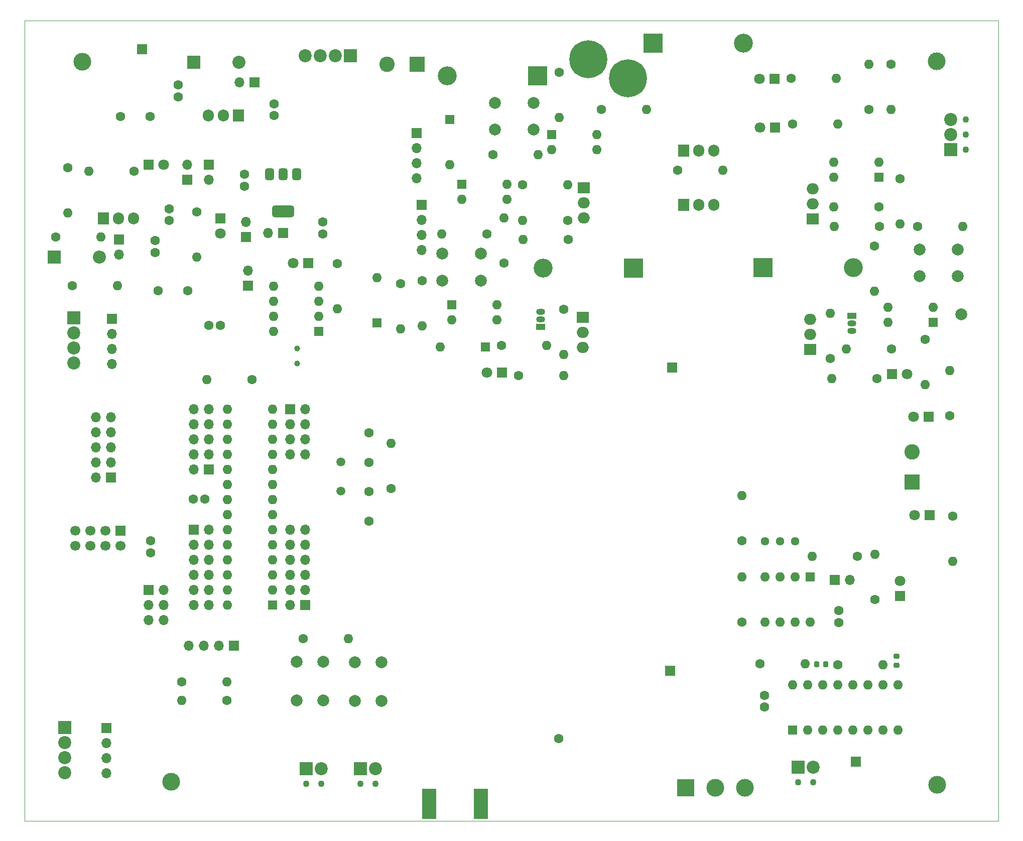
<source format=gbr>
%TF.GenerationSoftware,KiCad,Pcbnew,8.0.1*%
%TF.CreationDate,2024-05-13T23:23:47+02:00*%
%TF.ProjectId,Tracker,54726163-6b65-4722-9e6b-696361645f70,rev?*%
%TF.SameCoordinates,PX2857260PY98c9c50*%
%TF.FileFunction,Soldermask,Top*%
%TF.FilePolarity,Negative*%
%FSLAX46Y46*%
G04 Gerber Fmt 4.6, Leading zero omitted, Abs format (unit mm)*
G04 Created by KiCad (PCBNEW 8.0.1) date 2024-05-13 23:23:47*
%MOMM*%
%LPD*%
G01*
G04 APERTURE LIST*
G04 Aperture macros list*
%AMRoundRect*
0 Rectangle with rounded corners*
0 $1 Rounding radius*
0 $2 $3 $4 $5 $6 $7 $8 $9 X,Y pos of 4 corners*
0 Add a 4 corners polygon primitive as box body*
4,1,4,$2,$3,$4,$5,$6,$7,$8,$9,$2,$3,0*
0 Add four circle primitives for the rounded corners*
1,1,$1+$1,$2,$3*
1,1,$1+$1,$4,$5*
1,1,$1+$1,$6,$7*
1,1,$1+$1,$8,$9*
0 Add four rect primitives between the rounded corners*
20,1,$1+$1,$2,$3,$4,$5,0*
20,1,$1+$1,$4,$5,$6,$7,0*
20,1,$1+$1,$6,$7,$8,$9,0*
20,1,$1+$1,$8,$9,$2,$3,0*%
G04 Aperture macros list end*
%ADD10R,1.600000X1.600000*%
%ADD11O,1.600000X1.600000*%
%ADD12RoundRect,0.225000X-0.225000X-0.250000X0.225000X-0.250000X0.225000X0.250000X-0.225000X0.250000X0*%
%ADD13R,1.700000X1.700000*%
%ADD14O,1.700000X1.700000*%
%ADD15R,1.800000X1.800000*%
%ADD16C,1.800000*%
%ADD17C,1.600000*%
%ADD18R,2.000000X1.905000*%
%ADD19O,2.000000X1.905000*%
%ADD20R,3.200000X3.200000*%
%ADD21O,3.200000X3.200000*%
%ADD22R,2.200000X2.200000*%
%ADD23O,2.200000X2.200000*%
%ADD24R,3.000000X3.000000*%
%ADD25C,3.000000*%
%ADD26C,1.100000*%
%ADD27C,2.200000*%
%ADD28R,1.905000X2.000000*%
%ADD29O,1.905000X2.000000*%
%ADD30C,1.000000*%
%ADD31C,6.400000*%
%ADD32C,2.000000*%
%ADD33C,1.440000*%
%ADD34R,1.500000X1.050000*%
%ADD35O,1.500000X1.050000*%
%ADD36R,2.600000X2.600000*%
%ADD37C,2.600000*%
%ADD38RoundRect,0.225000X0.250000X-0.225000X0.250000X0.225000X-0.250000X0.225000X-0.250000X-0.225000X0*%
%ADD39RoundRect,0.375000X-0.375000X0.625000X-0.375000X-0.625000X0.375000X-0.625000X0.375000X0.625000X0*%
%ADD40RoundRect,0.500000X-1.400000X0.500000X-1.400000X-0.500000X1.400000X-0.500000X1.400000X0.500000X0*%
%ADD41C,1.500000*%
%ADD42C,1.700000*%
%ADD43R,2.420000X5.080000*%
%TA.AperFunction,Profile*%
%ADD44C,0.100000*%
%TD*%
G04 APERTURE END LIST*
D10*
%TO.C,U3*%
X144115000Y108525000D03*
D11*
X144115000Y111065000D03*
X136495000Y111065000D03*
X136495000Y108525000D03*
%TD*%
D12*
%TO.C,C3*%
X133640000Y26430000D03*
X135190000Y26430000D03*
%TD*%
D13*
%TO.C,JP5*%
X37330000Y98455000D03*
D14*
X37330000Y100995000D03*
%TD*%
D15*
%TO.C,D12*%
X47890000Y94010000D03*
D16*
X45350000Y94010000D03*
%TD*%
D13*
%TO.C,J20*%
X28580000Y49060000D03*
D14*
X31120000Y49060000D03*
X28580000Y46520000D03*
X31120000Y46520000D03*
X28580000Y43980000D03*
X31120000Y43980000D03*
X28580000Y41440000D03*
X31120000Y41440000D03*
X28580000Y38900000D03*
X31120000Y38900000D03*
X28580000Y36360000D03*
X31120000Y36360000D03*
%TD*%
D17*
%TO.C,C10*%
X21230000Y118790000D03*
X16230000Y118790000D03*
%TD*%
D18*
%TO.C,Q2*%
X94370000Y106775000D03*
D19*
X94370000Y104235000D03*
X94370000Y101695000D03*
%TD*%
D13*
%TO.C,JP3*%
X27440000Y108075000D03*
D14*
X27440000Y110615000D03*
%TD*%
D17*
%TO.C,R20*%
X83332000Y75046000D03*
D11*
X90952000Y75046000D03*
%TD*%
D20*
%TO.C,D5*%
X124543000Y93299000D03*
D21*
X139783000Y93299000D03*
%TD*%
D13*
%TO.C,J11*%
X31140000Y59260000D03*
D14*
X28600000Y59260000D03*
X31140000Y61800000D03*
X28600000Y61800000D03*
X31140000Y64340000D03*
X28600000Y64340000D03*
X31140000Y66880000D03*
X28600000Y66880000D03*
X31140000Y69420000D03*
X28600000Y69420000D03*
%TD*%
D17*
%TO.C,R2*%
X129277000Y125184000D03*
D11*
X136897000Y125184000D03*
%TD*%
D17*
%TO.C,R48*%
X7320000Y110140000D03*
D11*
X7320000Y102520000D03*
%TD*%
D22*
%TO.C,D17*%
X5040000Y95020000D03*
D23*
X12660000Y95020000D03*
%TD*%
D10*
%TO.C,U2*%
X73770000Y107375000D03*
D11*
X73770000Y104835000D03*
X81390000Y104835000D03*
X81390000Y107375000D03*
%TD*%
D13*
%TO.C,J14*%
X35310000Y29570000D03*
D14*
X32770000Y29570000D03*
X30230000Y29570000D03*
X27690000Y29570000D03*
%TD*%
D17*
%TO.C,R50*%
X121060000Y33550000D03*
D11*
X121060000Y41170000D03*
%TD*%
D13*
%TO.C,J17*%
X109260000Y76410000D03*
%TD*%
D24*
%TO.C,RV1*%
X111560000Y5610000D03*
D25*
X116560000Y5610000D03*
X121560000Y5610000D03*
%TD*%
D17*
%TO.C,R4*%
X78990000Y112320000D03*
D11*
X86610000Y112320000D03*
%TD*%
D15*
%TO.C,D1*%
X126512000Y125084000D03*
D16*
X123972000Y125084000D03*
%TD*%
D10*
%TO.C,U1*%
X88920000Y115686000D03*
D11*
X88920000Y113146000D03*
X96540000Y113146000D03*
X96540000Y115686000D03*
%TD*%
D13*
%TO.C,JP4*%
X43617500Y99150000D03*
D14*
X41077500Y99150000D03*
%TD*%
D17*
%TO.C,R41*%
X5240000Y98470000D03*
D11*
X12860000Y98470000D03*
%TD*%
D25*
%TO.C,H4*%
X153980000Y6090000D03*
%TD*%
D17*
%TO.C,C15*%
X22550000Y89350000D03*
X27550000Y89350000D03*
%TD*%
%TO.C,R25*%
X90235000Y126185000D03*
D11*
X90235000Y118565000D03*
%TD*%
D20*
%TO.C,D14*%
X86520000Y125625000D03*
D21*
X71280000Y125625000D03*
%TD*%
D13*
%TO.C,JP7*%
X37740000Y90270000D03*
D14*
X37740000Y92810000D03*
%TD*%
D17*
%TO.C,C1*%
X30450000Y54285000D03*
X28450000Y54285000D03*
%TD*%
%TO.C,R52*%
X140470000Y44590000D03*
D11*
X132850000Y44590000D03*
%TD*%
D26*
%TO.C,J6*%
X130460000Y6520000D03*
X133000000Y6520000D03*
D22*
X130460000Y9060000D03*
D27*
X133000000Y9060000D03*
%TD*%
D13*
%TO.C,J24*%
X13790000Y15680000D03*
D14*
X13790000Y13140000D03*
X13790000Y10600000D03*
X13790000Y8060000D03*
%TD*%
D13*
%TO.C,JP1*%
X38795000Y124490000D03*
D14*
X36255000Y124490000D03*
%TD*%
D13*
%TO.C,JP2*%
X31100000Y110620000D03*
D14*
X31100000Y108080000D03*
%TD*%
D20*
%TO.C,D20*%
X106020000Y131090000D03*
D21*
X121260000Y131090000D03*
%TD*%
D17*
%TO.C,R12*%
X91745000Y98025000D03*
D11*
X84125000Y98025000D03*
%TD*%
D17*
%TO.C,C7*%
X58150000Y65430000D03*
X58150000Y60430000D03*
%TD*%
D28*
%TO.C,Q1*%
X111165000Y113025000D03*
D29*
X113705000Y113025000D03*
X116245000Y113025000D03*
%TD*%
D15*
%TO.C,D2*%
X126595000Y116900000D03*
D16*
X124055000Y116900000D03*
%TD*%
D15*
%TO.C,D6*%
X80538000Y75554000D03*
D16*
X77998000Y75554000D03*
%TD*%
D17*
%TO.C,R32*%
X47010000Y30720000D03*
D11*
X54630000Y30720000D03*
%TD*%
D17*
%TO.C,R6*%
X91630000Y101250000D03*
D11*
X84010000Y101250000D03*
%TD*%
D10*
%TO.C,U40*%
X129560000Y15270000D03*
D11*
X132100000Y15270000D03*
X134640000Y15270000D03*
X137180000Y15270000D03*
X139720000Y15270000D03*
X142260000Y15270000D03*
X144800000Y15270000D03*
X147340000Y15270000D03*
X147340000Y22890000D03*
X144800000Y22890000D03*
X142260000Y22890000D03*
X139720000Y22890000D03*
X137180000Y22890000D03*
X134640000Y22890000D03*
X132100000Y22890000D03*
X129560000Y22890000D03*
%TD*%
D10*
%TO.C,U4*%
X72070000Y87025000D03*
D11*
X72070000Y84485000D03*
X79690000Y84485000D03*
X79690000Y87025000D03*
%TD*%
D28*
%TO.C,U13*%
X13360000Y101540000D03*
D29*
X15900000Y101540000D03*
X18440000Y101540000D03*
%TD*%
D17*
%TO.C,R16*%
X90920000Y86235000D03*
D11*
X90920000Y78615000D03*
%TD*%
D25*
%TO.C,H1*%
X24760000Y6590000D03*
%TD*%
D10*
%TO.C,D10*%
X77744000Y79872000D03*
D11*
X70124000Y79872000D03*
%TD*%
D13*
%TO.C,J12*%
X47370000Y36400000D03*
D14*
X44830000Y36400000D03*
X47370000Y38940000D03*
X44830000Y38940000D03*
X47370000Y41480000D03*
X44830000Y41480000D03*
X47370000Y44020000D03*
X44830000Y44020000D03*
X47370000Y46560000D03*
X44830000Y46560000D03*
X47370000Y49100000D03*
X44830000Y49100000D03*
%TD*%
D22*
%TO.C,J25*%
X6820000Y15740000D03*
D27*
X6820000Y13200000D03*
X6820000Y10660000D03*
X6820000Y8120000D03*
%TD*%
D22*
%TO.C,J4*%
X8310000Y84830000D03*
D27*
X8310000Y82290000D03*
X8310000Y79750000D03*
X8310000Y77210000D03*
%TD*%
D17*
%TO.C,R28*%
X143440000Y37330000D03*
D11*
X143440000Y44950000D03*
%TD*%
D30*
%TO.C,Y2*%
X46010000Y79630000D03*
X46010000Y77090000D03*
%TD*%
D22*
%TO.C,D24*%
X28600000Y127950000D03*
D23*
X36220000Y127950000D03*
%TD*%
D13*
%TO.C,J18*%
X108950000Y25270000D03*
%TD*%
%TO.C,JP8*%
X136720000Y40650000D03*
D14*
X139260000Y40650000D03*
%TD*%
D17*
%TO.C,C19*%
X21290000Y45230000D03*
X21290000Y47230000D03*
%TD*%
D18*
%TO.C,Q5*%
X132568000Y79480000D03*
D19*
X132568000Y82020000D03*
X132568000Y84560000D03*
%TD*%
D17*
%TO.C,R8*%
X80895000Y94040000D03*
D11*
X80895000Y101660000D03*
%TD*%
D31*
%TO.C,H10*%
X101800000Y125170000D03*
%TD*%
D17*
%TO.C,R9*%
X84010000Y107275000D03*
D11*
X91630000Y107275000D03*
%TD*%
D17*
%TO.C,R24*%
X150642000Y100192000D03*
D11*
X158262000Y100192000D03*
%TD*%
D17*
%TO.C,R27*%
X52810000Y93990000D03*
D11*
X52810000Y86370000D03*
%TD*%
D17*
%TO.C,R3*%
X129560000Y117475000D03*
D11*
X137180000Y117475000D03*
%TD*%
D10*
%TO.C,U41*%
X132550000Y41140000D03*
D11*
X130010000Y41140000D03*
X127470000Y41140000D03*
X124930000Y41140000D03*
X124930000Y33520000D03*
X127470000Y33520000D03*
X130010000Y33520000D03*
X132550000Y33520000D03*
%TD*%
D13*
%TO.C,J23*%
X66170000Y115980000D03*
D14*
X66170000Y113440000D03*
X66170000Y110900000D03*
X66170000Y108360000D03*
%TD*%
D17*
%TO.C,C13*%
X50357500Y98960000D03*
X50357500Y100960000D03*
%TD*%
%TO.C,R18*%
X80460000Y80200000D03*
D11*
X88080000Y80200000D03*
%TD*%
D17*
%TO.C,R105*%
X63440000Y90586000D03*
D11*
X63440000Y82966000D03*
%TD*%
D17*
%TO.C,C9*%
X25920000Y122110000D03*
X25920000Y124110000D03*
%TD*%
%TO.C,R301*%
X146130000Y127550000D03*
D11*
X146130000Y119930000D03*
%TD*%
D32*
%TO.C,SW5*%
X50430000Y26810000D03*
X50430000Y20310000D03*
X45930000Y26810000D03*
X45930000Y20310000D03*
%TD*%
D17*
%TO.C,R40*%
X18460000Y109570000D03*
D11*
X10840000Y109570000D03*
%TD*%
D15*
%TO.C,D15*%
X20945000Y110630000D03*
D16*
X23485000Y110630000D03*
%TD*%
D25*
%TO.C,H2*%
X9770000Y128030000D03*
%TD*%
D17*
%TO.C,R19*%
X146245000Y79525000D03*
D11*
X138625000Y79525000D03*
%TD*%
D17*
%TO.C,R31*%
X26520000Y23420000D03*
D11*
X34140000Y23420000D03*
%TD*%
D26*
%TO.C,J8*%
X47530000Y6260000D03*
X50070000Y6260000D03*
D22*
X47530000Y8800000D03*
D27*
X50070000Y8800000D03*
%TD*%
D33*
%TO.C,RV2*%
X130010000Y47130000D03*
X127470000Y47130000D03*
X124930000Y47130000D03*
%TD*%
D17*
%TO.C,R201*%
X137160000Y26290000D03*
D11*
X144780000Y26290000D03*
%TD*%
D13*
%TO.C,JP6*%
X15960000Y98045000D03*
D14*
X15960000Y95505000D03*
%TD*%
D34*
%TO.C,Q6*%
X87055000Y83305000D03*
D35*
X87055000Y84575000D03*
X87055000Y85845000D03*
%TD*%
D25*
%TO.C,H3*%
X153890000Y128080000D03*
%TD*%
D15*
%TO.C,D8*%
X152655000Y51510000D03*
D16*
X150115000Y51510000D03*
%TD*%
D17*
%TO.C,R10*%
X144130000Y103500000D03*
D11*
X136510000Y103500000D03*
%TD*%
D17*
%TO.C,R30*%
X34140000Y20290000D03*
D11*
X26520000Y20290000D03*
%TD*%
D17*
%TO.C,R26*%
X77998000Y98922000D03*
D11*
X70378000Y98922000D03*
%TD*%
D17*
%TO.C,R5*%
X97290000Y119940000D03*
D11*
X104910000Y119940000D03*
%TD*%
D17*
%TO.C,C12*%
X37147500Y108990000D03*
X37147500Y106990000D03*
%TD*%
D32*
%TO.C,H8*%
X158050000Y85420000D03*
%TD*%
D28*
%TO.C,U11*%
X36120000Y118960000D03*
D29*
X33580000Y118960000D03*
X31040000Y118960000D03*
%TD*%
D17*
%TO.C,R17*%
X135910000Y77990000D03*
D11*
X135910000Y85610000D03*
%TD*%
D17*
%TO.C,C11*%
X24400000Y103220000D03*
X24400000Y101220000D03*
%TD*%
D15*
%TO.C,D9*%
X152550000Y68130000D03*
D16*
X150010000Y68130000D03*
%TD*%
D17*
%TO.C,R23*%
X156080000Y68340000D03*
D11*
X156080000Y75960000D03*
%TD*%
D36*
%TO.C,J3*%
X149720000Y57160000D03*
D37*
X149720000Y62240000D03*
%TD*%
D15*
%TO.C,D7*%
X146314000Y75300000D03*
D16*
X148854000Y75300000D03*
%TD*%
D32*
%TO.C,SW2*%
X157448000Y91846000D03*
X150948000Y91846000D03*
X157448000Y96346000D03*
X150948000Y96346000D03*
%TD*%
D15*
%TO.C,D18*%
X147710000Y37900000D03*
D16*
X147710000Y40440000D03*
%TD*%
D26*
%TO.C,J5*%
X56700000Y6260000D03*
X59240000Y6260000D03*
D22*
X56700000Y8800000D03*
D27*
X59240000Y8800000D03*
%TD*%
D28*
%TO.C,D3*%
X111165000Y103900000D03*
D29*
X113705000Y103900000D03*
X116245000Y103900000D03*
%TD*%
D17*
%TO.C,C17*%
X31090000Y83560000D03*
X33090000Y83560000D03*
%TD*%
D10*
%TO.C,D11*%
X59456000Y83936000D03*
D11*
X59456000Y91556000D03*
%TD*%
D17*
%TO.C,R15*%
X151912000Y81142000D03*
D11*
X151912000Y73522000D03*
%TD*%
D17*
%TO.C,R22*%
X156570000Y51380000D03*
D11*
X156570000Y43760000D03*
%TD*%
D32*
%TO.C,SW1*%
X76982000Y91120000D03*
X70482000Y91120000D03*
X76982000Y95620000D03*
X70482000Y95620000D03*
%TD*%
D10*
%TO.C,D13*%
X71770000Y118240000D03*
D11*
X71770000Y110620000D03*
%TD*%
D10*
%TO.C,U9*%
X41870000Y36380000D03*
D11*
X41870000Y38920000D03*
X41870000Y41460000D03*
X41870000Y44000000D03*
X41870000Y46540000D03*
X41870000Y49080000D03*
X41870000Y51620000D03*
X41870000Y54160000D03*
X41870000Y56700000D03*
X41870000Y59240000D03*
X41870000Y61780000D03*
X41870000Y64320000D03*
X41870000Y66860000D03*
X41870000Y69400000D03*
X34250000Y69400000D03*
X34250000Y66860000D03*
X34250000Y64320000D03*
X34250000Y61780000D03*
X34250000Y59240000D03*
X34250000Y56700000D03*
X34250000Y54160000D03*
X34250000Y51620000D03*
X34250000Y49080000D03*
X34250000Y46540000D03*
X34250000Y44000000D03*
X34250000Y41460000D03*
X34250000Y38920000D03*
X34250000Y36380000D03*
%TD*%
D17*
%TO.C,R51*%
X120990000Y47200000D03*
D11*
X120990000Y54820000D03*
%TD*%
D36*
%TO.C,J1*%
X66230000Y127600000D03*
D37*
X61150000Y127600000D03*
%TD*%
D38*
%TO.C,C5*%
X147100000Y26185000D03*
X147100000Y27735000D03*
%TD*%
D13*
%TO.C,J2*%
X66960000Y103880000D03*
D14*
X66960000Y101340000D03*
X66960000Y98800000D03*
X66960000Y96260000D03*
%TD*%
D13*
%TO.C,J10*%
X14800000Y84670000D03*
D14*
X14800000Y82130000D03*
X14800000Y79590000D03*
X14800000Y77050000D03*
%TD*%
D17*
%TO.C,R205*%
X124070000Y26440000D03*
D11*
X131690000Y26440000D03*
%TD*%
D17*
%TO.C,R13*%
X143385000Y96960000D03*
D11*
X143385000Y89340000D03*
%TD*%
D26*
%TO.C,J9*%
X158810000Y113180000D03*
X158810000Y115720000D03*
X158810000Y118260000D03*
D22*
X156270000Y113180000D03*
D27*
X156270000Y115720000D03*
X156270000Y118260000D03*
%TD*%
D17*
%TO.C,C6*%
X58130000Y50540000D03*
X58130000Y55540000D03*
%TD*%
D13*
%TO.C,J15*%
X14580000Y57870000D03*
D14*
X12040000Y57870000D03*
X14580000Y60410000D03*
X12040000Y60410000D03*
X14580000Y62950000D03*
X12040000Y62950000D03*
X14580000Y65490000D03*
X12040000Y65490000D03*
X14580000Y68030000D03*
X12040000Y68030000D03*
%TD*%
D10*
%TO.C,U5*%
X153270000Y84025000D03*
D11*
X153270000Y86565000D03*
X145650000Y86565000D03*
X145650000Y84025000D03*
%TD*%
D17*
%TO.C,C14*%
X22020000Y97830000D03*
X22020000Y95830000D03*
%TD*%
D13*
%TO.C,J22*%
X44790000Y69380000D03*
D14*
X47330000Y69380000D03*
X44790000Y66840000D03*
X47330000Y66840000D03*
X44790000Y64300000D03*
X47330000Y64300000D03*
X44790000Y61760000D03*
X47330000Y61760000D03*
%TD*%
D31*
%TO.C,H9*%
X95140000Y128400000D03*
%TD*%
D17*
%TO.C,R29*%
X38410000Y74390000D03*
D11*
X30790000Y74390000D03*
%TD*%
D17*
%TO.C,R200*%
X61870000Y56010000D03*
D11*
X61870000Y63630000D03*
%TD*%
D17*
%TO.C,C4*%
X137400000Y33420000D03*
X137400000Y35420000D03*
%TD*%
%TO.C,R43*%
X8100000Y90260000D03*
D11*
X15720000Y90260000D03*
%TD*%
D39*
%TO.C,U12*%
X45910000Y109070000D03*
X43610000Y109070000D03*
D40*
X43610000Y102770000D03*
D39*
X41310000Y109070000D03*
%TD*%
D13*
%TO.C,J19*%
X19830000Y130140000D03*
%TD*%
D15*
%TO.C,D16*%
X33050000Y101590000D03*
D16*
X33050000Y99050000D03*
%TD*%
D13*
%TO.C,J13*%
X140210000Y9940000D03*
%TD*%
D32*
%TO.C,SW3*%
X85845000Y116550000D03*
X79345000Y116550000D03*
X85845000Y121050000D03*
X79345000Y121050000D03*
%TD*%
D18*
%TO.C,Q4*%
X94186000Y84906000D03*
D19*
X94186000Y82366000D03*
X94186000Y79826000D03*
%TD*%
D17*
%TO.C,C8*%
X42090000Y118900000D03*
X42090000Y120900000D03*
%TD*%
D41*
%TO.C,Y1*%
X53410000Y60480000D03*
X53410000Y55600000D03*
%TD*%
D13*
%TO.C,U6*%
X16180000Y48880000D03*
D42*
X16180000Y46340000D03*
X13640000Y48880000D03*
X13640000Y46340000D03*
X11100000Y48880000D03*
X11100000Y46340000D03*
X8560000Y48880000D03*
X8560000Y46340000D03*
%TD*%
D22*
%TO.C,J7*%
X54940000Y129040000D03*
D27*
X52400000Y129040000D03*
X49860000Y129040000D03*
X47320000Y129040000D03*
%TD*%
D34*
%TO.C,Q7*%
X139595000Y85150000D03*
D35*
X139595000Y83880000D03*
X139595000Y82610000D03*
%TD*%
D17*
%TO.C,R300*%
X142480000Y119980000D03*
D11*
X142480000Y127600000D03*
%TD*%
D17*
%TO.C,R42*%
X29090000Y102720000D03*
D11*
X29090000Y95100000D03*
%TD*%
D17*
%TO.C,R1*%
X110185000Y109725000D03*
D11*
X117805000Y109725000D03*
%TD*%
D17*
%TO.C,R14*%
X67076000Y91048000D03*
D11*
X67076000Y83428000D03*
%TD*%
D10*
%TO.C,U14*%
X49680000Y82570000D03*
D11*
X49680000Y85110000D03*
X49680000Y87650000D03*
X49680000Y90190000D03*
X42060000Y90190000D03*
X42060000Y87650000D03*
X42060000Y85110000D03*
X42060000Y82570000D03*
%TD*%
D20*
%TO.C,D4*%
X102740000Y93200000D03*
D21*
X87500000Y93200000D03*
%TD*%
D17*
%TO.C,R21*%
X143784000Y74538000D03*
D11*
X136164000Y74538000D03*
%TD*%
D17*
%TO.C,R11*%
X147695000Y108235000D03*
D11*
X147695000Y100615000D03*
%TD*%
D32*
%TO.C,SW4*%
X60260000Y26710000D03*
X60260000Y20210000D03*
X55760000Y26710000D03*
X55760000Y20210000D03*
%TD*%
D18*
%TO.C,Q3*%
X132965000Y101517000D03*
D19*
X132965000Y104057000D03*
X132965000Y106597000D03*
%TD*%
D17*
%TO.C,AE1*%
X90110000Y13880000D03*
%TD*%
D13*
%TO.C,J16*%
X20930000Y38900000D03*
D14*
X23470000Y38900000D03*
X20930000Y36360000D03*
X23470000Y36360000D03*
X20930000Y33820000D03*
X23470000Y33820000D03*
%TD*%
D17*
%TO.C,R7*%
X144195000Y100250000D03*
D11*
X136575000Y100250000D03*
%TD*%
D17*
%TO.C,C2*%
X124800000Y21170000D03*
X124800000Y19170000D03*
%TD*%
D43*
%TO.C,J100*%
X68240000Y2890000D03*
X77000000Y2890000D03*
%TD*%
D44*
X40000Y134960000D02*
X164300000Y134960000D01*
X164300000Y20000D01*
X40000Y20000D01*
X40000Y134960000D01*
M02*

</source>
